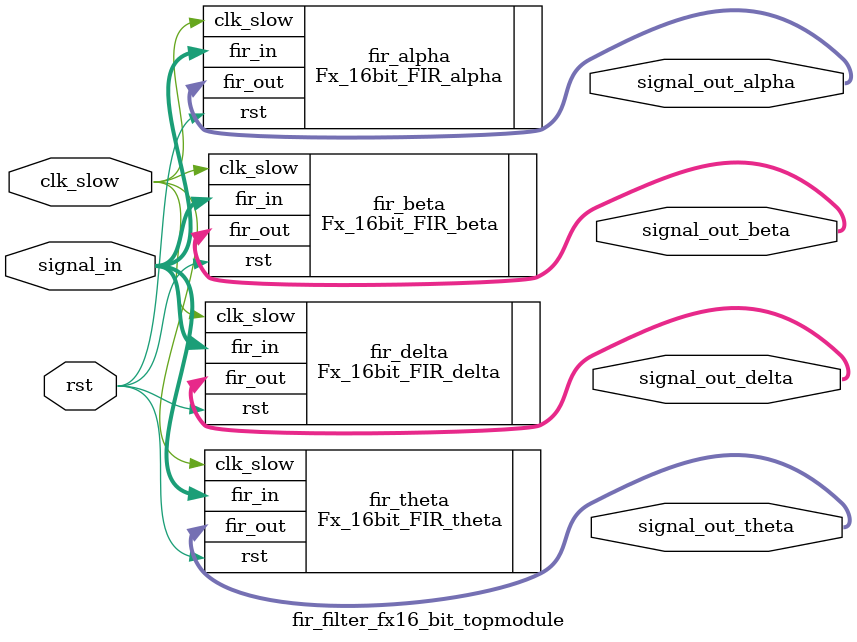
<source format=v>
`timescale 1 us/ 1 ns
module fir_filter_fx16_bit_topmodule (
						input wire [15:0] signal_in,  
						input wire clk_slow, rst,
						output wire [15:0] signal_out_delta, signal_out_theta, signal_out_alpha, signal_out_beta
						);

	Fx_16bit_FIR_delta fir_delta (.clk_slow(clk_slow), .rst(rst), .fir_in(signal_in), .fir_out(signal_out_delta));
	
	Fx_16bit_FIR_theta fir_theta (.clk_slow(clk_slow), .rst(rst), .fir_in(signal_in), .fir_out(signal_out_theta));
	
	Fx_16bit_FIR_alpha fir_alpha (.clk_slow(clk_slow), .rst(rst), .fir_in(signal_in), .fir_out(signal_out_alpha));
	
	Fx_16bit_FIR_beta fir_beta (.clk_slow(clk_slow), .rst(rst), .fir_in(signal_in), .fir_out(signal_out_beta));
	
	

						
						
endmodule
						
</source>
